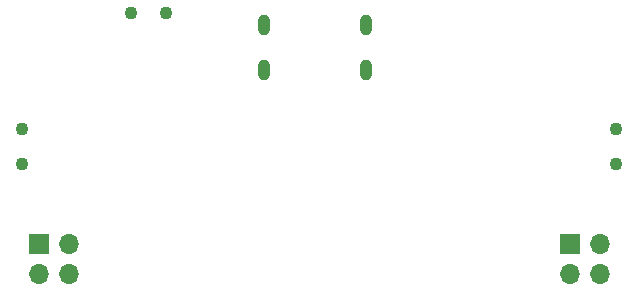
<source format=gbr>
G04 #@! TF.GenerationSoftware,KiCad,Pcbnew,(5.1.9-0-10_14)*
G04 #@! TF.CreationDate,2021-04-08T17:16:22-05:00*
G04 #@! TF.ProjectId,Power Helper,506f7765-7220-4486-956c-7065722e6b69,1*
G04 #@! TF.SameCoordinates,Original*
G04 #@! TF.FileFunction,Soldermask,Bot*
G04 #@! TF.FilePolarity,Negative*
%FSLAX46Y46*%
G04 Gerber Fmt 4.6, Leading zero omitted, Abs format (unit mm)*
G04 Created by KiCad (PCBNEW (5.1.9-0-10_14)) date 2021-04-08 17:16:22*
%MOMM*%
%LPD*%
G01*
G04 APERTURE LIST*
%ADD10O,1.000000X1.800000*%
%ADD11O,1.700000X1.700000*%
%ADD12R,1.700000X1.700000*%
%ADD13C,1.102360*%
G04 APERTURE END LIST*
D10*
X147024000Y-91948000D03*
X138384000Y-91948000D03*
X147024000Y-88148000D03*
X138384000Y-88148000D03*
D11*
X121858000Y-109220000D03*
X119318000Y-109220000D03*
X121858000Y-106680000D03*
D12*
X119318000Y-106680000D03*
X164338000Y-106680000D03*
D11*
X166878000Y-106680000D03*
X164338000Y-109220000D03*
X166878000Y-109220000D03*
D13*
X127139700Y-87152480D03*
X130136900Y-87152480D03*
X117886480Y-99936300D03*
X117886480Y-96939100D03*
X168244520Y-96913700D03*
X168244520Y-99910900D03*
M02*

</source>
